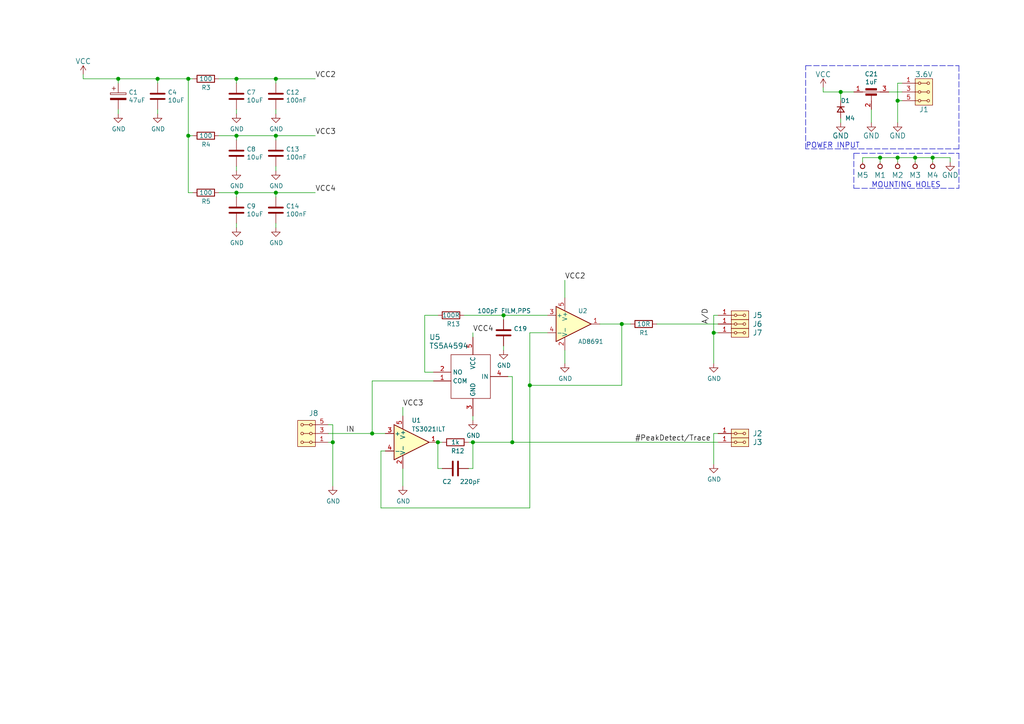
<source format=kicad_sch>
(kicad_sch (version 20201015) (generator eeschema)
  (page 1 1)
  (paper "A4")
  (title_block (title "NAME") (date "%F") (rev "REV") (company "Mlab www.mlab.cz") (comment 1 "VERSION") (comment 2 "Short description \\nTwo lines are maximum") (comment 3 "nickname <email@example.com>") (comment 4 "BSD"))
  (lib_symbols
    (symbol "Device:C" (pin_numbers hide) (pin_names (offset 0.254))
      (property "Reference" "C" (at 0.635 2.54 0))
      (property "Value" "C" (at 0.635 -2.54 0))
      (symbol "C_0_1"
        (polyline (pts (xy -2.032 -0.762) (xy 2.032 -0.762)) (stroke (width 0.508)))
        (polyline (pts (xy -2.032 0.762) (xy 2.032 0.762)) (stroke (width 0.508)))
      )
      (symbol "C_1_1"
        (pin passive line (at 0 3.81 270) (length 2.794) (name "~") (number "1"))
        (pin passive line (at 0 -3.81 90) (length 2.794) (name "~") (number "2"))
      )
    )
    (symbol "Device:D_Small" (pin_numbers hide) (pin_names (offset 0.254) hide)
      (property "Reference" "D" (at -1.27 2.032 0))
      (property "Value" "D_Small" (at -3.81 -2.032 0))
      (symbol "D_Small_0_1"
        (polyline (pts (xy -0.762 -1.016) (xy -0.762 1.016)) (stroke (width 0.254)))
        (polyline (pts (xy -0.762 0) (xy 0.762 0)))
        (polyline (pts (xy 0.762 -1.016) (xy -0.762 0) (xy 0.762 1.016) (xy 0.762 -1.016)) (stroke (width 0.254)))
      )
      (symbol "D_Small_1_1"
        (pin passive line (at -2.54 0 0) (length 1.778) (name "K") (number "1"))
        (pin passive line (at 2.54 0 180) (length 1.778) (name "A") (number "2"))
      )
    )
    (symbol "Device:R" (pin_numbers hide) (pin_names (offset 0))
      (property "Reference" "R" (at 2.032 0 90))
      (property "Value" "R" (at 0 0 90))
      (symbol "R_0_1"
        (rectangle (start -1.016 -2.54) (end 1.016 2.54) (stroke (width 0.254)))
      )
      (symbol "R_1_1"
        (pin passive line (at 0 3.81 270) (length 1.27) (name "~") (number "1"))
        (pin passive line (at 0 -3.81 90) (length 1.27) (name "~") (number "2"))
      )
    )
    (symbol "MLAB_HEADER:HEADER_2x01_PARALLEL" (pin_names (offset 1.016))
      (property "Reference" "J" (at 0 -2.54 0))
      (property "Value" "HEADER_2x01_PARALLEL" (at 0 2.54 0))
      (symbol "HEADER_2x01_PARALLEL_0_1"
        (circle (center -1.27 0) (radius 0.381))
        (circle (center 1.27 0) (radius 0.381))
        (rectangle (start -2.54 1.27) (end 2.54 -1.27) (fill (type background)))
        (polyline (pts (xy -1.651 0) (xy -2.54 0)))
        (polyline (pts (xy -0.889 0) (xy 0.889 0)))
      )
      (symbol "HEADER_2x01_PARALLEL_1_1"
        (pin input line (at -6.35 0 0) (length 3.81) (name "~") (number "1"))
        (pin input line (at -6.35 0 0) (length 3.81) hide (name "~") (number "2"))
      )
    )
    (symbol "MLAB_HEADER:HEADER_2x03_PARALLEL" (pin_names (offset 1.016))
      (property "Reference" "J" (at 0 -5.08 0))
      (property "Value" "HEADER_2x03_PARALLEL" (at 0 5.08 0))
      (symbol "HEADER_2x03_PARALLEL_0_1"
        (circle (center -1.27 2.54) (radius 0.381))
        (circle (center 1.27 2.54) (radius 0.381))
        (circle (center -1.27 0) (radius 0.381))
        (circle (center 1.27 0) (radius 0.381))
        (circle (center -1.27 -2.54) (radius 0.381))
        (circle (center 1.27 -2.54) (radius 0.381))
        (rectangle (start -2.54 3.81) (end 2.54 -3.81) (fill (type background)))
        (polyline (pts (xy -1.651 2.54) (xy -2.54 2.54)))
        (polyline (pts (xy -0.889 2.54) (xy 0.889 2.54)))
        (polyline (pts (xy -1.651 0) (xy -2.54 0)))
        (polyline (pts (xy -0.889 0) (xy 0.889 0)))
        (polyline (pts (xy -1.651 -2.54) (xy -2.54 -2.54)))
        (polyline (pts (xy -0.889 -2.54) (xy 0.889 -2.54)))
      )
      (symbol "HEADER_2x03_PARALLEL_1_1"
        (pin input line (at -6.35 2.54 0) (length 3.81) (name "~") (number "1"))
        (pin input line (at -6.35 2.54 0) (length 3.81) hide (name "~") (number "2"))
        (pin input line (at -6.35 0 0) (length 3.81) (name "~") (number "3"))
        (pin input line (at -6.35 0 0) (length 3.81) hide (name "~") (number "4"))
        (pin input line (at -6.35 -2.54 0) (length 3.81) (name "~") (number "5"))
        (pin input line (at -6.35 -2.54 0) (length 3.81) hide (name "~") (number "6"))
      )
    )
    (symbol "MLAB_IO:AD8691" (pin_names (offset 0.127))
      (property "Reference" "U" (at 0 5.08 0))
      (property "Value" "AD8691" (at 0 -5.08 0))
      (symbol "AD8691_0_1"
        (polyline (pts (xy -5.08 5.08) (xy 5.08 0) (xy -5.08 -5.08) (xy -5.08 5.08)) (stroke (width 0.254)) (fill (type background)))
        (pin power_in line (at -2.54 -7.62 90) (length 3.81) (name "V-") (number "2"))
        (pin power_in line (at -2.54 7.62 270) (length 3.81) (name "V+") (number "5"))
      )
      (symbol "AD8691_1_1"
        (pin output line (at 7.62 0 180) (length 2.54) (name "~") (number "1"))
        (pin input line (at -7.62 2.54 0) (length 2.54) (name "+") (number "3"))
        (pin input line (at -7.62 -2.54 0) (length 2.54) (name "-") (number "4"))
      )
    )
    (symbol "MLAB_IO:TS5A4594"
      (property "Reference" "U" (at 3.81 7.62 0))
      (property "Value" "TS5A4594" (at 6.35 -7.62 0))
      (symbol "TS5A4594_0_1"
        (rectangle (start -6.35 6.35) (end 5.08 -6.35))
      )
      (symbol "TS5A4594_1_1"
        (pin passive line (at -11.43 -1.27 0) (length 5.08) (name "COM") (number "1"))
        (pin passive line (at -11.43 1.27 0) (length 5.08) (name "NO") (number "2"))
        (pin power_in line (at 0 -11.43 90) (length 5.08) (name "GND") (number "3"))
        (pin bidirectional line (at 10.16 0 180) (length 5.08) (name "IN") (number "4"))
        (pin power_in line (at 0 11.43 270) (length 5.08) (name "VCC") (number "5"))
      )
    )
    (symbol "MLAB_MECHANICAL:HOLE" (pin_numbers hide) (pin_names (offset 1.016) hide)
      (property "Reference" "M" (at 0 2.54 0))
      (property "Value" "HOLE" (at 0 -2.54 0))
      (symbol "HOLE_0_1"
        (circle (center 0 0) (radius 0.635) (stroke (width 0.254)))
      )
      (symbol "HOLE_1_1"
        (pin input line (at 1.27 0 180) (length 0.635) (name "~") (number "1"))
      )
    )
    (symbol "PCRD06A-rescue:CP-Device" (pin_numbers hide) (pin_names (offset 0.254))
      (property "Reference" "C" (at 0.635 2.54 0))
      (property "Value" "CP-Device" (at 0.635 -2.54 0))
      (symbol "CP-Device_0_1"
        (rectangle (start -2.286 0.508) (end 2.286 1.016))
        (rectangle (start 2.286 -0.508) (end -2.286 -1.016) (fill (type outline)))
        (polyline (pts (xy -1.778 2.286) (xy -0.762 2.286)))
        (polyline (pts (xy -1.27 2.794) (xy -1.27 1.778)))
      )
      (symbol "CP-Device_1_1"
        (pin passive line (at 0 3.81 270) (length 2.794) (name "~") (number "1"))
        (pin passive line (at 0 -3.81 90) (length 2.794) (name "~") (number "2"))
      )
    )
    (symbol "PCRD06A-rescue:EMI_Filter_C-Device" (pin_names (offset 0.254) hide)
      (property "Reference" "C" (at 0 7.62 0))
      (property "Value" "EMI_Filter_C-Device" (at 0 5.715 0))
      (symbol "EMI_Filter_C-Device_0_1"
        (rectangle (start -1.651 1.524) (end 1.524 2.032) (fill (type outline)))
        (rectangle (start 1.524 3.048) (end -1.651 3.556) (fill (type outline)))
        (polyline (pts (xy -2.54 2.54) (xy 2.54 2.54)))
        (polyline (pts (xy 0 0) (xy 0 1.778)))
      )
      (symbol "EMI_Filter_C-Device_1_1"
        (pin passive line (at -5.08 2.54 0) (length 2.54) (name "1") (number "1"))
        (pin passive line (at 0 -2.54 90) (length 2.54) (name "2") (number "2"))
        (pin passive line (at 5.08 2.54 180) (length 2.54) (name "3") (number "3"))
      )
    )
    (symbol "power:GND" (power) (pin_names (offset 0))
      (property "Value" "GND" (at 0 -3.81 0))
      (symbol "GND_0_1"
        (polyline (pts (xy 0 0) (xy 0 -1.27) (xy 1.27 -1.27) (xy 0 -2.54) (xy -1.27 -1.27) (xy 0 -1.27)))
      )
      (symbol "GND_1_1"
        (pin power_in line (at 0 0 270) (length 0) hide (name "GND") (number "1"))
      )
    )
    (symbol "power:VCC" (power) (pin_names (offset 0))
      (property "Value" "VCC" (at 0 3.81 0))
      (symbol "VCC_0_1"
        (polyline (pts (xy -0.762 1.27) (xy 0 2.54)))
        (polyline (pts (xy 0 0) (xy 0 2.54)))
        (polyline (pts (xy 0 2.54) (xy 0.762 1.27)))
      )
      (symbol "VCC_1_1"
        (pin power_in line (at 0 0 90) (length 0) hide (name "VCC") (number "1"))
      )
    )
  )
  (junction (at 34.29 22.86) (diameter 1.016))
  (junction (at 45.72 22.86) (diameter 1.016))
  (junction (at 54.61 22.86) (diameter 1.016))
  (junction (at 54.61 39.37) (diameter 1.016))
  (junction (at 68.58 22.86) (diameter 1.016))
  (junction (at 68.58 39.37) (diameter 1.016))
  (junction (at 68.58 55.88) (diameter 1.016))
  (junction (at 80.01 22.86) (diameter 1.016))
  (junction (at 80.01 39.37) (diameter 1.016))
  (junction (at 80.01 55.88) (diameter 1.016))
  (junction (at 96.52 128.27) (diameter 1.016))
  (junction (at 107.95 125.73) (diameter 1.016))
  (junction (at 127 128.27) (diameter 1.016))
  (junction (at 137.16 128.27) (diameter 1.016))
  (junction (at 146.05 91.44) (diameter 1.016))
  (junction (at 148.59 128.27) (diameter 1.016))
  (junction (at 153.67 111.76) (diameter 1.016))
  (junction (at 180.34 93.98) (diameter 1.016))
  (junction (at 207.01 96.52) (diameter 1.016))
  (junction (at 243.84 26.67) (diameter 1.016))
  (junction (at 255.27 45.72) (diameter 1.016))
  (junction (at 260.35 29.21) (diameter 1.016))
  (junction (at 260.35 45.72) (diameter 1.016))
  (junction (at 265.43 45.72) (diameter 1.016))
  (junction (at 270.51 45.72) (diameter 1.016))
  (wire (pts (xy 24.13 21.59) (xy 24.13 22.86)))
  (wire (pts (xy 24.13 22.86) (xy 34.29 22.86)))
  (wire (pts (xy 34.29 22.86) (xy 45.72 22.86)))
  (wire (pts (xy 34.29 24.13) (xy 34.29 22.86)))
  (wire (pts (xy 34.29 33.02) (xy 34.29 31.75)))
  (wire (pts (xy 45.72 22.86) (xy 54.61 22.86)))
  (wire (pts (xy 45.72 24.13) (xy 45.72 22.86)))
  (wire (pts (xy 45.72 33.02) (xy 45.72 31.75)))
  (wire (pts (xy 54.61 22.86) (xy 54.61 39.37)))
  (wire (pts (xy 54.61 39.37) (xy 54.61 55.88)))
  (wire (pts (xy 54.61 55.88) (xy 55.88 55.88)))
  (wire (pts (xy 55.88 22.86) (xy 54.61 22.86)))
  (wire (pts (xy 55.88 39.37) (xy 54.61 39.37)))
  (wire (pts (xy 63.5 22.86) (xy 68.58 22.86)))
  (wire (pts (xy 63.5 39.37) (xy 68.58 39.37)))
  (wire (pts (xy 63.5 55.88) (xy 68.58 55.88)))
  (wire (pts (xy 68.58 22.86) (xy 80.01 22.86)))
  (wire (pts (xy 68.58 24.13) (xy 68.58 22.86)))
  (wire (pts (xy 68.58 33.02) (xy 68.58 31.75)))
  (wire (pts (xy 68.58 39.37) (xy 80.01 39.37)))
  (wire (pts (xy 68.58 40.64) (xy 68.58 39.37)))
  (wire (pts (xy 68.58 49.53) (xy 68.58 48.26)))
  (wire (pts (xy 68.58 55.88) (xy 80.01 55.88)))
  (wire (pts (xy 68.58 57.15) (xy 68.58 55.88)))
  (wire (pts (xy 68.58 66.04) (xy 68.58 64.77)))
  (wire (pts (xy 80.01 22.86) (xy 91.44 22.86)))
  (wire (pts (xy 80.01 24.13) (xy 80.01 22.86)))
  (wire (pts (xy 80.01 33.02) (xy 80.01 31.75)))
  (wire (pts (xy 80.01 39.37) (xy 91.44 39.37)))
  (wire (pts (xy 80.01 40.64) (xy 80.01 39.37)))
  (wire (pts (xy 80.01 49.53) (xy 80.01 48.26)))
  (wire (pts (xy 80.01 55.88) (xy 91.44 55.88)))
  (wire (pts (xy 80.01 57.15) (xy 80.01 55.88)))
  (wire (pts (xy 80.01 66.04) (xy 80.01 64.77)))
  (wire (pts (xy 95.25 123.19) (xy 96.52 123.19)))
  (wire (pts (xy 95.25 125.73) (xy 107.95 125.73)))
  (wire (pts (xy 96.52 123.19) (xy 96.52 128.27)))
  (wire (pts (xy 96.52 128.27) (xy 95.25 128.27)))
  (wire (pts (xy 96.52 128.27) (xy 96.52 140.97)))
  (wire (pts (xy 107.95 110.49) (xy 107.95 125.73)))
  (wire (pts (xy 107.95 110.49) (xy 125.73 110.49)))
  (wire (pts (xy 107.95 125.73) (xy 111.76 125.73)))
  (wire (pts (xy 110.49 130.81) (xy 111.76 130.81)))
  (wire (pts (xy 110.49 147.32) (xy 110.49 130.81)))
  (wire (pts (xy 116.84 120.65) (xy 116.84 118.11)))
  (wire (pts (xy 116.84 140.97) (xy 116.84 135.89)))
  (wire (pts (xy 123.19 91.44) (xy 127 91.44)))
  (wire (pts (xy 123.19 107.95) (xy 123.19 91.44)))
  (wire (pts (xy 125.73 107.95) (xy 123.19 107.95)))
  (wire (pts (xy 127 128.27) (xy 127 135.89)))
  (wire (pts (xy 127 128.27) (xy 128.27 128.27)))
  (wire (pts (xy 127 135.89) (xy 128.27 135.89)))
  (wire (pts (xy 134.62 91.44) (xy 146.05 91.44)))
  (wire (pts (xy 135.89 128.27) (xy 137.16 128.27)))
  (wire (pts (xy 137.16 97.79) (xy 137.16 96.52)))
  (wire (pts (xy 137.16 121.92) (xy 137.16 120.65)))
  (wire (pts (xy 137.16 128.27) (xy 137.16 135.89)))
  (wire (pts (xy 137.16 128.27) (xy 148.59 128.27)))
  (wire (pts (xy 137.16 135.89) (xy 135.89 135.89)))
  (wire (pts (xy 146.05 91.44) (xy 146.05 92.71)))
  (wire (pts (xy 146.05 91.44) (xy 158.75 91.44)))
  (wire (pts (xy 146.05 101.6) (xy 146.05 100.33)))
  (wire (pts (xy 148.59 109.22) (xy 147.32 109.22)))
  (wire (pts (xy 148.59 109.22) (xy 148.59 128.27)))
  (wire (pts (xy 148.59 128.27) (xy 208.28 128.27)))
  (wire (pts (xy 153.67 96.52) (xy 153.67 111.76)))
  (wire (pts (xy 153.67 96.52) (xy 158.75 96.52)))
  (wire (pts (xy 153.67 111.76) (xy 153.67 147.32)))
  (wire (pts (xy 153.67 147.32) (xy 110.49 147.32)))
  (wire (pts (xy 163.83 81.28) (xy 163.83 86.36)))
  (wire (pts (xy 163.83 101.6) (xy 163.83 105.41)))
  (wire (pts (xy 173.99 93.98) (xy 180.34 93.98)))
  (wire (pts (xy 180.34 93.98) (xy 180.34 111.76)))
  (wire (pts (xy 180.34 93.98) (xy 182.88 93.98)))
  (wire (pts (xy 180.34 111.76) (xy 153.67 111.76)))
  (wire (pts (xy 190.5 93.98) (xy 208.28 93.98)))
  (wire (pts (xy 207.01 91.44) (xy 207.01 96.52)))
  (wire (pts (xy 207.01 96.52) (xy 207.01 105.41)))
  (wire (pts (xy 207.01 125.73) (xy 207.01 134.62)))
  (wire (pts (xy 208.28 91.44) (xy 207.01 91.44)))
  (wire (pts (xy 208.28 96.52) (xy 207.01 96.52)))
  (wire (pts (xy 208.28 125.73) (xy 207.01 125.73)))
  (wire (pts (xy 238.76 26.67) (xy 238.76 25.4)))
  (wire (pts (xy 238.76 26.67) (xy 243.84 26.67)))
  (wire (pts (xy 243.84 26.67) (xy 247.65 26.67)))
  (wire (pts (xy 243.84 29.21) (xy 243.84 26.67)))
  (wire (pts (xy 243.84 35.56) (xy 243.84 34.29)))
  (wire (pts (xy 250.19 45.72) (xy 250.19 46.99)))
  (wire (pts (xy 252.73 35.56) (xy 252.73 31.75)))
  (wire (pts (xy 255.27 45.72) (xy 250.19 45.72)))
  (wire (pts (xy 255.27 45.72) (xy 255.27 46.99)))
  (wire (pts (xy 257.81 26.67) (xy 261.62 26.67)))
  (wire (pts (xy 260.35 24.13) (xy 260.35 29.21)))
  (wire (pts (xy 260.35 29.21) (xy 260.35 35.56)))
  (wire (pts (xy 260.35 45.72) (xy 255.27 45.72)))
  (wire (pts (xy 260.35 46.99) (xy 260.35 45.72)))
  (wire (pts (xy 261.62 24.13) (xy 260.35 24.13)))
  (wire (pts (xy 261.62 29.21) (xy 260.35 29.21)))
  (wire (pts (xy 265.43 45.72) (xy 260.35 45.72)))
  (wire (pts (xy 265.43 46.99) (xy 265.43 45.72)))
  (wire (pts (xy 270.51 45.72) (xy 265.43 45.72)))
  (wire (pts (xy 270.51 46.99) (xy 270.51 45.72)))
  (wire (pts (xy 275.59 45.72) (xy 270.51 45.72)))
  (wire (pts (xy 275.59 46.99) (xy 275.59 45.72)))
  (polyline (pts (xy 233.68 19.05) (xy 278.13 19.05)) (stroke (width 0) (type dash)))
  (polyline (pts (xy 233.68 43.18) (xy 233.68 19.05)) (stroke (width 0) (type dash)))
  (polyline (pts (xy 247.65 44.45) (xy 247.65 54.61)) (stroke (width 0) (type dash)))
  (polyline (pts (xy 247.65 44.45) (xy 278.13 44.45)) (stroke (width 0) (type dash)))
  (polyline (pts (xy 247.65 54.61) (xy 278.13 54.61)) (stroke (width 0) (type dash)))
  (polyline (pts (xy 278.13 19.05) (xy 278.13 43.18)) (stroke (width 0) (type dash)))
  (polyline (pts (xy 278.13 43.18) (xy 233.68 43.18)) (stroke (width 0) (type dash)))
  (polyline (pts (xy 278.13 44.45) (xy 278.13 54.61)) (stroke (width 0) (type dash)))
  (text "POWER INPUT" (at 233.68 43.18 0) (effects (font (size 1.524 1.524)) (justify left bottom)))
  (text "MOUNTING HOLES" (at 252.73 54.61 0) (effects (font (size 1.524 1.524)) (justify left bottom)))
  (label "VCC2" (at 91.44 22.86 0) (effects (font (size 1.524 1.524))))
  (label "VCC3" (at 91.44 39.37 0) (effects (font (size 1.524 1.524))))
  (label "VCC4" (at 91.44 55.88 0) (effects (font (size 1.524 1.524))))
  (label "IN" (at 100.33 125.73 0) (effects (font (size 1.524 1.524))))
  (label "VCC3" (at 116.84 118.11 0) (effects (font (size 1.524 1.524))))
  (label "VCC4" (at 137.16 96.52 0) (effects (font (size 1.524 1.524))))
  (label "VCC2" (at 163.83 81.28 0) (effects (font (size 1.524 1.524))))
  (label "#PeakDetect/Trace" (at 184.15 128.27 0) (effects (font (size 1.524 1.524))))
  (label "A/D" (at 205.74 93.98 90) (effects (font (size 1.524 1.524))))
  (symbol (lib_id "MLAB_MECHANICAL:HOLE") (at 250.19 48.26 90) (unit 1)
    (property "Reference" "M5" (at 250.19 50.8 90) (effects (font (size 1.524 1.524))))
    (property "Value" "HOLE" (effects hide))
    (property "Footprint" "RF_Shielding:Laird_Technologies_BMI-S-204-F_32.00x32.00mm" (effects hide))
  )
  (symbol (lib_id "MLAB_MECHANICAL:HOLE") (at 255.27 48.26 90) (unit 1)
    (property "Reference" "M1" (at 255.27 50.8 90) (effects (font (size 1.524 1.524))))
    (property "Value" "HOLE" (effects hide))
    (property "Footprint" "Mlab_Mechanical:MountingHole_3mm" (effects hide))
  )
  (symbol (lib_id "MLAB_MECHANICAL:HOLE") (at 260.35 48.26 90) (unit 1)
    (property "Reference" "M2" (at 260.35 50.8 90) (effects (font (size 1.524 1.524))))
    (property "Value" "HOLE" (effects hide))
    (property "Footprint" "Mlab_Mechanical:MountingHole_3mm" (effects hide))
  )
  (symbol (lib_id "MLAB_MECHANICAL:HOLE") (at 265.43 48.26 90) (unit 1)
    (property "Reference" "M3" (at 265.43 50.8 90) (effects (font (size 1.524 1.524))))
    (property "Value" "HOLE" (effects hide))
    (property "Footprint" "Mlab_Mechanical:MountingHole_3mm" (effects hide))
  )
  (symbol (lib_id "MLAB_MECHANICAL:HOLE") (at 270.51 48.26 90) (unit 1)
    (property "Reference" "M4" (at 270.51 50.8 90) (effects (font (size 1.524 1.524))))
    (property "Value" "HOLE" (effects hide))
    (property "Footprint" "Mlab_Mechanical:MountingHole_3mm" (effects hide))
  )
  (symbol (lib_id "power:VCC") (at 24.13 21.59 0) (unit 1)
    (property "Reference" "#PWR015" (effects hide))
    (property "Value" "VCC" (at 24.13 17.78 0) (effects (font (size 1.524 1.524))))
  )
  (symbol (lib_id "power:VCC") (at 238.76 25.4 0) (unit 1)
    (property "Reference" "#PWR01" (effects hide))
    (property "Value" "VCC" (at 238.76 21.59 0) (effects (font (size 1.524 1.524))))
  )
  (symbol (lib_id "power:GND") (at 34.29 33.02 0) (unit 1)
    (property "Reference" "#PWR016" (effects hide))
    (property "Value" "GND" (at 34.417 37.4142 0))
  )
  (symbol (lib_id "power:GND") (at 45.72 33.02 0) (unit 1)
    (property "Reference" "#PWR017" (effects hide))
    (property "Value" "GND" (at 45.847 37.4142 0))
  )
  (symbol (lib_id "power:GND") (at 68.58 33.02 0) (unit 1)
    (property "Reference" "#PWR020" (effects hide))
    (property "Value" "GND" (at 68.707 37.4142 0))
  )
  (symbol (lib_id "power:GND") (at 68.58 49.53 0) (unit 1)
    (property "Reference" "#PWR022" (effects hide))
    (property "Value" "GND" (at 68.707 53.9242 0))
  )
  (symbol (lib_id "power:GND") (at 68.58 66.04 0) (unit 1)
    (property "Reference" "#PWR024" (effects hide))
    (property "Value" "GND" (at 68.707 70.4342 0))
  )
  (symbol (lib_id "power:GND") (at 80.01 33.02 0) (unit 1)
    (property "Reference" "#PWR021" (effects hide))
    (property "Value" "GND" (at 80.137 37.4142 0))
  )
  (symbol (lib_id "power:GND") (at 80.01 49.53 0) (unit 1)
    (property "Reference" "#PWR023" (effects hide))
    (property "Value" "GND" (at 80.137 53.9242 0))
  )
  (symbol (lib_id "power:GND") (at 80.01 66.04 0) (unit 1)
    (property "Reference" "#PWR025" (effects hide))
    (property "Value" "GND" (at 80.137 70.4342 0))
  )
  (symbol (lib_id "power:GND") (at 96.52 140.97 0) (unit 1)
    (property "Reference" "#PWR0101" (effects hide))
    (property "Value" "GND" (at 96.647 145.3642 0))
  )
  (symbol (lib_id "power:GND") (at 116.84 140.97 0) (unit 1)
    (property "Reference" "#PWR09" (effects hide))
    (property "Value" "GND" (at 116.967 145.3642 0))
  )
  (symbol (lib_id "power:GND") (at 137.16 121.92 0) (unit 1)
    (property "Reference" "#PWR011" (effects hide))
    (property "Value" "GND" (at 137.287 126.3142 0))
  )
  (symbol (lib_id "power:GND") (at 146.05 101.6 0) (unit 1)
    (property "Reference" "#PWR012" (effects hide))
    (property "Value" "GND" (at 146.177 105.9942 0))
  )
  (symbol (lib_id "power:GND") (at 163.83 105.41 0) (unit 1)
    (property "Reference" "#PWR013" (effects hide))
    (property "Value" "GND" (at 163.957 109.8042 0))
  )
  (symbol (lib_id "power:GND") (at 207.01 105.41 0) (unit 1)
    (property "Reference" "#PWR014" (effects hide))
    (property "Value" "GND" (at 207.137 109.8042 0))
  )
  (symbol (lib_id "power:GND") (at 207.01 134.62 0) (unit 1)
    (property "Reference" "#PWR010" (effects hide))
    (property "Value" "GND" (at 207.137 139.0142 0))
  )
  (symbol (lib_id "power:GND") (at 243.84 35.56 0) (unit 1)
    (property "Reference" "#PWR030" (effects hide))
    (property "Value" "GND" (at 243.84 39.37 0) (effects (font (size 1.524 1.524))))
  )
  (symbol (lib_id "power:GND") (at 252.73 35.56 0) (unit 1)
    (property "Reference" "#PWR026" (effects hide))
    (property "Value" "GND" (at 252.73 39.37 0) (effects (font (size 1.524 1.524))))
  )
  (symbol (lib_id "power:GND") (at 260.35 35.56 0) (unit 1)
    (property "Reference" "#PWR02" (effects hide))
    (property "Value" "GND" (at 260.35 39.37 0) (effects (font (size 1.524 1.524))))
  )
  (symbol (lib_id "power:GND") (at 275.59 46.99 0) (unit 1)
    (property "Reference" "#PWR03" (effects hide))
    (property "Value" "GND" (at 275.59 50.8 0) (effects (font (size 1.524 1.524))))
  )
  (symbol (lib_id "Device:D_Small") (at 243.84 31.75 90) (mirror x) (unit 1)
    (property "Reference" "D1" (at 243.84 29.21 90) (effects (justify right)))
    (property "Value" "M4" (at 245.11 34.29 90) (effects (justify right)))
    (property "Footprint" "Mlab_D:Diode-SMA_Standard" (effects hide))
    (property "UST_ID" "5c70984512875079b91f88ac" (effects hide))
  )
  (symbol (lib_id "Device:R") (at 59.69 22.86 270) (unit 1)
    (property "Reference" "R3" (at 58.42 25.4 90) (effects (justify left)))
    (property "Value" "100" (at 59.69 22.86 90))
    (property "Footprint" "Mlab_R:SMD-0805" (effects hide))
    (property "UST_ID" "5c70984512875079b91f8977" (effects hide))
  )
  (symbol (lib_id "Device:R") (at 59.69 39.37 270) (unit 1)
    (property "Reference" "R4" (at 58.42 41.91 90) (effects (justify left)))
    (property "Value" "100" (at 59.69 39.37 90))
    (property "Footprint" "Mlab_R:SMD-0805" (effects hide))
    (property "UST_ID" "5c70984512875079b91f8977" (effects hide))
  )
  (symbol (lib_id "Device:R") (at 59.69 55.88 270) (unit 1)
    (property "Reference" "R5" (at 58.42 58.42 90) (effects (justify left)))
    (property "Value" "100" (at 59.69 55.88 90))
    (property "Footprint" "Mlab_R:SMD-0805" (effects hide))
    (property "UST_ID" "5c70984512875079b91f8977" (effects hide))
  )
  (symbol (lib_id "Device:R") (at 130.81 91.44 270) (unit 1)
    (property "Reference" "R13" (at 129.54 93.98 90) (effects (justify left)))
    (property "Value" "100R" (at 130.81 91.44 90))
    (property "Footprint" "Mlab_R:SMD-0805" (effects hide))
    (property "UST_ID" "5c70984512875079b91f8977" (effects hide))
  )
  (symbol (lib_id "Device:R") (at 132.08 128.27 270) (unit 1)
    (property "Reference" "R12" (at 130.81 130.81 90) (effects (justify left)))
    (property "Value" "1k" (at 132.08 128.27 90))
    (property "Footprint" "Mlab_R:SMD-0805" (effects hide))
    (property "UST_ID" "5c70984512875079b91f898c" (effects hide))
  )
  (symbol (lib_id "Device:R") (at 186.69 93.98 270) (unit 1)
    (property "Reference" "R1" (at 185.42 96.52 90) (effects (justify left)))
    (property "Value" "10R" (at 186.69 93.98 90))
    (property "Footprint" "Mlab_R:SMD-0805" (effects hide))
    (property "UST_ID" "5c70984512875079b91f896d" (effects hide))
  )
  (symbol (lib_id "MLAB_HEADER:HEADER_2x01_PARALLEL") (at 214.63 91.44 0) (unit 1)
    (property "Reference" "J5" (at 219.71 91.44 0) (effects (font (size 1.524 1.524))))
    (property "Value" "HEADER_2x01_PARALLEL" (effects hide))
    (property "Footprint" "Mlab_Pin_Headers:Straight_2x01" (effects hide))
  )
  (symbol (lib_id "MLAB_HEADER:HEADER_2x01_PARALLEL") (at 214.63 93.98 0) (unit 1)
    (property "Reference" "J6" (at 219.71 93.98 0) (effects (font (size 1.524 1.524))))
    (property "Value" "HEADER_2x01_PARALLEL" (effects hide))
    (property "Footprint" "Mlab_Pin_Headers:Straight_2x01" (effects hide))
  )
  (symbol (lib_id "MLAB_HEADER:HEADER_2x01_PARALLEL") (at 214.63 96.52 0) (unit 1)
    (property "Reference" "J7" (at 219.71 96.52 0) (effects (font (size 1.524 1.524))))
    (property "Value" "HEADER_2x01_PARALLEL" (effects hide))
    (property "Footprint" "Mlab_Pin_Headers:Straight_2x01" (effects hide))
  )
  (symbol (lib_id "MLAB_HEADER:HEADER_2x01_PARALLEL") (at 214.63 125.73 0) (unit 1)
    (property "Reference" "J2" (at 219.71 125.73 0) (effects (font (size 1.524 1.524))))
    (property "Value" "HEADER_2x01_PARALLEL" (effects hide))
    (property "Footprint" "Mlab_Pin_Headers:Straight_2x01" (effects hide))
  )
  (symbol (lib_id "MLAB_HEADER:HEADER_2x01_PARALLEL") (at 214.63 128.27 0) (unit 1)
    (property "Reference" "J3" (at 219.71 128.27 0) (effects (font (size 1.524 1.524))))
    (property "Value" "HEADER_2x01_PARALLEL" (effects hide))
    (property "Footprint" "Mlab_Pin_Headers:Straight_2x01" (effects hide))
  )
  (symbol (lib_id "PCRD06A-rescue:CP-Device") (at 34.29 27.94 0) (unit 1)
    (property "Reference" "C1" (at 37.2872 26.7716 0) (effects (justify left)))
    (property "Value" "47uF" (at 37.2872 29.083 0) (effects (justify left)))
    (property "Footprint" "Mlab_C:TantalC_SizeC_Reflow" (effects hide))
    (property "UST_ID" "5c70984412875079b91f8867" (effects hide))
  )
  (symbol (lib_id "Device:C") (at 45.72 27.94 0) (unit 1)
    (property "Reference" "C4" (at 48.641 26.7716 0) (effects (justify left)))
    (property "Value" "10uF" (at 48.641 29.083 0) (effects (justify left)))
    (property "Footprint" "Mlab_R:SMD-0805" (effects hide))
    (property "UST_ID" "5c70984812875079b91f8bbe" (effects hide))
  )
  (symbol (lib_id "Device:C") (at 68.58 27.94 0) (unit 1)
    (property "Reference" "C7" (at 71.501 26.7716 0) (effects (justify left)))
    (property "Value" "10uF" (at 71.501 29.083 0) (effects (justify left)))
    (property "Footprint" "Mlab_R:SMD-0805" (effects hide))
    (property "UST_ID" "5c70984812875079b91f8bbe" (effects hide))
  )
  (symbol (lib_id "Device:C") (at 68.58 44.45 0) (unit 1)
    (property "Reference" "C8" (at 71.501 43.2816 0) (effects (justify left)))
    (property "Value" "10uF" (at 71.501 45.593 0) (effects (justify left)))
    (property "Footprint" "Mlab_R:SMD-0805" (effects hide))
    (property "UST_ID" "5c70984812875079b91f8bbe" (effects hide))
  )
  (symbol (lib_id "Device:C") (at 68.58 60.96 0) (unit 1)
    (property "Reference" "C9" (at 71.501 59.7916 0) (effects (justify left)))
    (property "Value" "10uF" (at 71.501 62.103 0) (effects (justify left)))
    (property "Footprint" "Mlab_R:SMD-0805" (effects hide))
    (property "UST_ID" "5c70984812875079b91f8bbe" (effects hide))
  )
  (symbol (lib_id "Device:C") (at 80.01 27.94 0) (unit 1)
    (property "Reference" "C12" (at 82.931 26.7716 0) (effects (justify left)))
    (property "Value" "100nF" (at 82.931 29.083 0) (effects (justify left)))
    (property "Footprint" "Mlab_R:SMD-0805" (effects hide))
    (property "UST_ID" "5c70984712875079b91f8b4c" (effects hide))
  )
  (symbol (lib_id "Device:C") (at 80.01 44.45 0) (unit 1)
    (property "Reference" "C13" (at 82.931 43.2816 0) (effects (justify left)))
    (property "Value" "100nF" (at 82.931 45.593 0) (effects (justify left)))
    (property "Footprint" "Mlab_R:SMD-0805" (effects hide))
    (property "UST_ID" "5c70984712875079b91f8b4c" (effects hide))
  )
  (symbol (lib_id "Device:C") (at 80.01 60.96 0) (unit 1)
    (property "Reference" "C14" (at 82.931 59.7916 0) (effects (justify left)))
    (property "Value" "100nF" (at 82.931 62.103 0) (effects (justify left)))
    (property "Footprint" "Mlab_R:SMD-0805" (effects hide))
    (property "UST_ID" "5c70984712875079b91f8b4c" (effects hide))
  )
  (symbol (lib_id "Device:C") (at 132.08 135.89 270) (unit 1)
    (property "Reference" "C2" (at 128.27 139.7 90) (effects (justify left)))
    (property "Value" "220pF" (at 133.35 139.7 90) (effects (justify left)))
    (property "Footprint" "Mlab_R:SMD-0805" (effects hide))
    (property "UST_ID" "5c70984712875079b91f8b3f" (effects hide))
  )
  (symbol (lib_id "Device:C") (at 146.05 96.52 0) (unit 1)
    (property "Reference" "C19" (at 148.971 95.3516 0) (effects (justify left)))
    (property "Value" "100pF FILM,PPS" (at 138.43 90.17 0) (effects (justify left)))
    (property "Footprint" "Mlab_R:SMD-0805" (effects hide))
    (property "UST_ID" "5d47bf10128750448e6b4652" (effects hide))
  )
  (symbol (lib_id "PCRD06A-rescue:EMI_Filter_C-Device") (at 252.73 29.21 0) (unit 1)
    (property "Reference" "C21" (at 252.73 21.463 0))
    (property "Value" "1uF" (at 252.73 23.7744 0))
    (property "Footprint" "Mlab_L:FIR_0805" (effects hide))
    (property "Datasheet" "http://www.murata.com/~/media/webrenewal/support/library/catalog/products/emc/emifil/c31e.ashx?la=en-gb" (effects hide))
    (property "UST_ID" "5c70984412875079b91f880f" (effects hide))
  )
  (symbol (lib_id "MLAB_HEADER:HEADER_2x03_PARALLEL") (at 88.9 125.73 180) (unit 1)
    (property "Reference" "J8" (at 90.9574 119.8626 0) (effects (font (size 1.524 1.524))))
    (property "Value" "HEADER_2x03_PARALLEL" (effects hide))
    (property "Footprint" "Mlab_Pin_Headers:Straight_2x03" (effects hide))
  )
  (symbol (lib_id "MLAB_HEADER:HEADER_2x03_PARALLEL") (at 267.97 26.67 0) (unit 1)
    (property "Reference" "J1" (at 267.97 31.75 0) (effects (font (size 1.524 1.524))))
    (property "Value" "3.6V" (at 267.97 21.59 0) (effects (font (size 1.524 1.524))))
    (property "Footprint" "Mlab_Pin_Headers:Straight_2x03" (effects hide))
  )
  (symbol (lib_id "MLAB_IO:AD8691") (at 119.38 128.27 0) (unit 1)
    (property "Reference" "U1" (at 119.38 121.92 0) (effects (justify left)))
    (property "Value" "TS3021ILT" (at 119.38 124.46 0) (effects (justify left)))
    (property "Footprint" "Package_TO_SOT_SMD:SOT-23-5_HandSoldering" (effects hide))
    (property "UST_ID" "5d47bfd4128750448e6b465e" (effects hide))
  )
  (symbol (lib_id "MLAB_IO:AD8691") (at 166.37 93.98 0) (unit 1)
    (property "Reference" "U2" (at 167.64 90.17 0) (effects (justify left)))
    (property "Value" "AD8691" (at 167.64 99.06 0) (effects (justify left)))
    (property "Footprint" "Package_TO_SOT_SMD:TSOT-23-5_HandSoldering" (effects hide))
    (property "UST_ID" "5d47c084128750448e6b4671" (effects hide))
  )
  (symbol (lib_id "MLAB_IO:TS5A4594") (at 137.16 109.22 0) (unit 1)
    (property "Reference" "U5" (at 124.46 97.79 0) (effects (font (size 1.524 1.524)) (justify left)))
    (property "Value" "TS5A4594" (at 124.46 100.33 0) (effects (font (size 1.524 1.524)) (justify left)))
    (property "Footprint" "Package_TO_SOT_SMD:SOT-23-5_HandSoldering" (effects hide))
    (property "UST_ID" "5c70984612875079b91f8a0d" (effects hide))
  )
)
</source>
